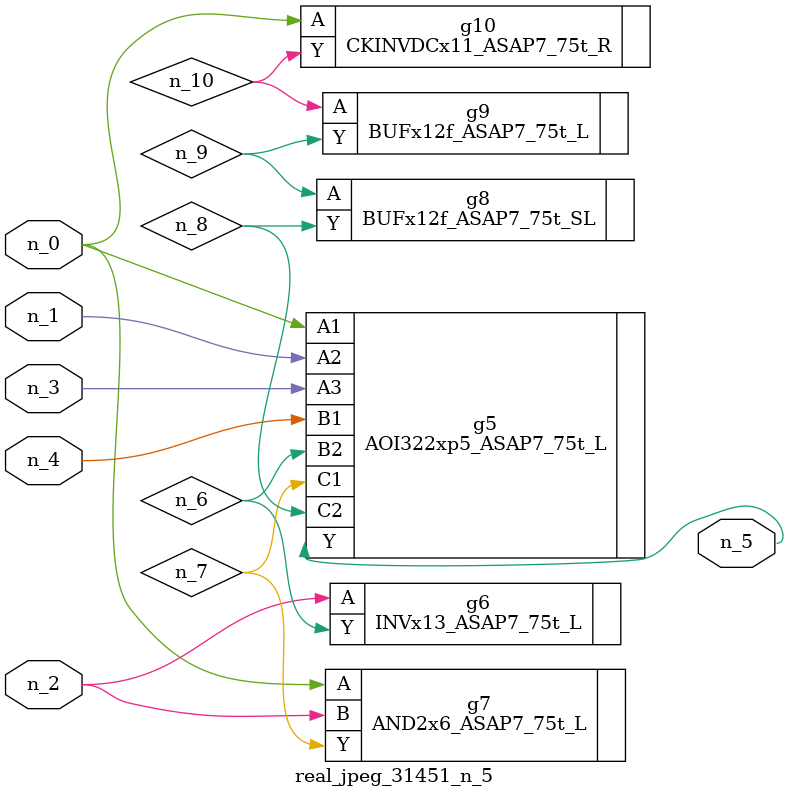
<source format=v>
module real_jpeg_31451_n_5 (n_4, n_0, n_1, n_2, n_3, n_5);

input n_4;
input n_0;
input n_1;
input n_2;
input n_3;

output n_5;

wire n_8;
wire n_6;
wire n_7;
wire n_10;
wire n_9;

AOI322xp5_ASAP7_75t_L g5 ( 
.A1(n_0),
.A2(n_1),
.A3(n_3),
.B1(n_4),
.B2(n_6),
.C1(n_7),
.C2(n_8),
.Y(n_5)
);

AND2x6_ASAP7_75t_L g7 ( 
.A(n_0),
.B(n_2),
.Y(n_7)
);

CKINVDCx11_ASAP7_75t_R g10 ( 
.A(n_0),
.Y(n_10)
);

INVx13_ASAP7_75t_L g6 ( 
.A(n_2),
.Y(n_6)
);

BUFx12f_ASAP7_75t_SL g8 ( 
.A(n_9),
.Y(n_8)
);

BUFx12f_ASAP7_75t_L g9 ( 
.A(n_10),
.Y(n_9)
);


endmodule
</source>
